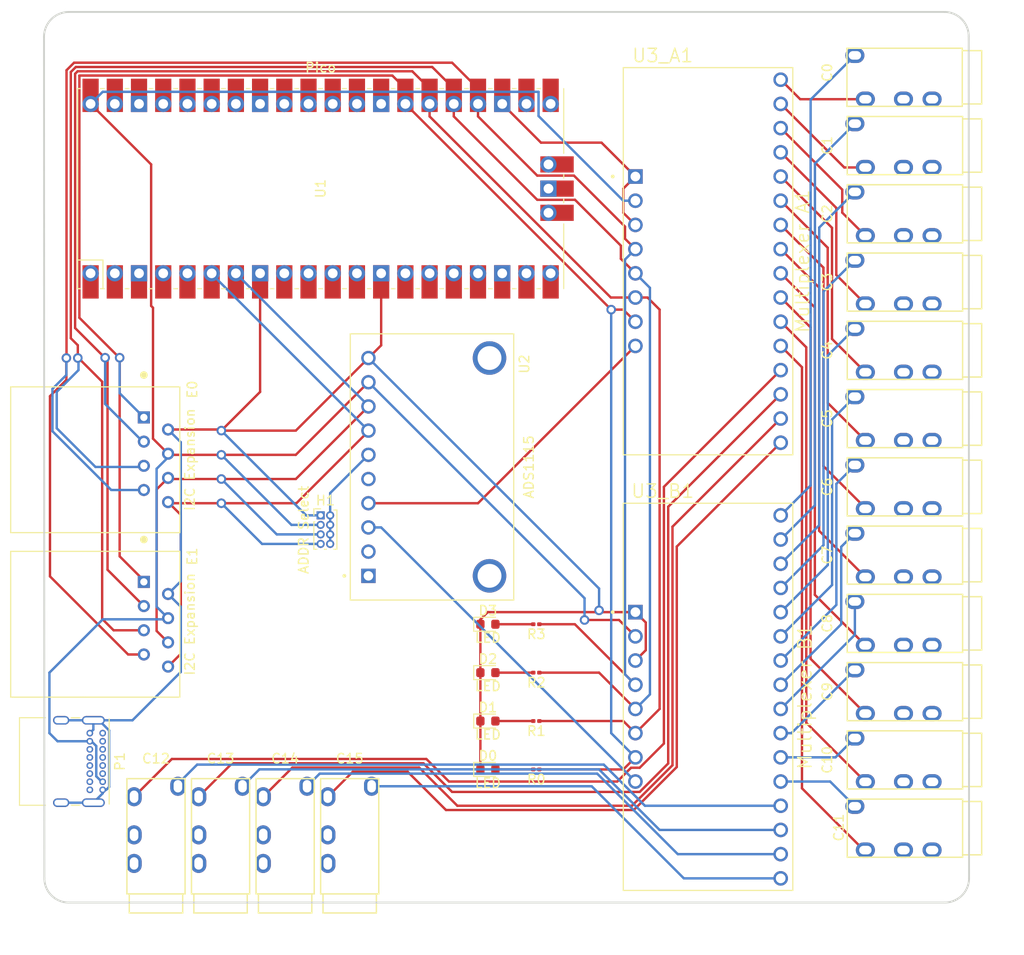
<source format=kicad_pcb>
(kicad_pcb (version 20211014) (generator pcbnew)
  (layers (0 "F.Cu" signal) (31 "B.Cu" signal) (34 "B.Paste" user) (35 "F.Paste" user) (36 "B.SilkS" user "B.Silkscreen") (37 "F.SilkS" user "F.Silkscreen") (38 "B.Mask" user) (39 "F.Mask" user) (44 "Edge.Cuts" user))
  (net 0 "")
  (net 1 "Net-(D0-Pad2)")
  (net 2 "Net-(D1-Pad2)")
  (net 3 "Net-(D2-Pad2)")
  (net 4 "Net-(D3-Pad2)")
  (net 5 "+5V")
  (net 6 "GND")
  (net 7 "Net-(J0-PadT)")
  (net 8 "Net-(J10-PadS)")
  (net 9 "Net-(J11-PadS)")
  (net 10 "Net-(J12-PadS)")
  (net 11 "Net-(J12-PadT)")
  (net 12 "Net-(J13-PadS)")
  (net 13 "Net-(J14-PadS)")
  (net 14 "Net-(J15-PadS)")
  (net 46 "Net-(J1-PadT)")
  (net 48 "Net-(J2-PadT)")
  (net 50 "Net-(J3-PadT)")
  (net 52 "Net-(J4-PadT)")
  (net 54 "Net-(J5-PadT)")
  (net 57 "Net-(J6-PadT)")
  (net 59 "Net-(J7-PadT)")
  (net 61 "Net-(J8-PadS)")
  (net 63 "Net-(J8-PadT)")
  (net 65 "Net-(J9-PadT)")
  (net 68 "Net-(J10-PadT)")
  (net 70 "Net-(J11-PadT)")
  (net 72 "Net-(J13-PadT)")
  (net 73 "Net-(J14-PadT)")
  (net 74 "Net-(J15-PadT)")
  (net 75 "Net-(E0-Pad1)")
  (net 76 "Net-(E0-Pad3)")
  (net 78 "Net-(J0-PadS)")
  (net 80 "Net-(J1-PadS)")
  (net 82 "Net-(J2-PadS)")
  (net 84 "Net-(J3-PadS)")
  (net 86 "Net-(J4-PadS)")
  (net 88 "Net-(J5-PadS)")
  (net 90 "Net-(J6-PadS)")
  (net 92 "Net-(J7-PadS)")
  (net 95 "Net-(J9-PadS)")
  (net 102 "Net-(E0-Pad5)")
  (net 103 "Net-(E0-Pad6)")
  (net 104 "Net-(E0-Pad7)")
  (net 105 "Net-(E0-Pad8)")
  (net 108 "Net-(H1-Pad2)")
  (net 112 "Net-(U2-Pad3)")
  (net 113 "Net-(U2-Pad4)")
  (footprint "footprints:TRRS-PJ-320A" (layer "F.Cu") (at 161.3225 69.498954 -90)
    (fp_text reference locked "C3")
    (fp_text value "CurrentSensor")
  )
  (footprint "Resistor_SMD:R_0201_0603Metric" (layer "F.Cu") (at 116.60625 120.65 180)
    (fp_text reference "R0")
    (fp_text value "330")
  )
  (footprint "footprints:USB_C_Receptacle_GCT_USB4085_with3d" (layer "F.Cu") (at 71.12 116.84 -90)
    (fp_text reference "P1")
    (fp_text value "USB_C_Receptacle_PowerOnly_6P")
  )
  (footprint "Resistor_SMD:R_0201_0603Metric" (layer "F.Cu") (at 116.60625 115.57 180)
    (fp_text reference "R1")
    (fp_text value "330")
  )
  (footprint "footprints:MODULE_1085_ADAFRUIT_ADS1115" (layer "F.Cu") (at 105.664 88.9 -90)
    (fp_text reference "U2")
    (fp_text value "ADS1115")
  )
  (footprint "footprints:TRRS-PJ-320A" (layer "F.Cu") (at 83.483333 133.715 180)
    (fp_text reference locked "C13")
    (fp_text value "CurrentSensor")
  )
  (footprint "LED_SMD:LED_0603_1608Metric" (layer "F.Cu") (at 111.52625 110.49)
    (fp_text reference "D2")
    (fp_text value "LED")
  )
  (footprint "footprints:TRRS-PJ-320A" (layer "F.Cu") (at 161.3225 62.334636 -90)
    (fp_text reference locked "C2")
    (fp_text value "CurrentSensor")
  )
  (footprint "footprints:TRRS-PJ-320A" (layer "F.Cu") (at 161.3225 112.484862 -90)
    (fp_text reference locked "C9")
    (fp_text value "CurrentSensor")
  )
  (footprint "LED_SMD:LED_0603_1608Metric" (layer "F.Cu") (at 111.52625 105.41)
    (fp_text reference "D3")
    (fp_text value "LED")
  )
  (footprint "footprints:AMPHENOL_54602-908LF" (layer "F.Cu") (at 69.088 105.41 -90)
    (fp_text reference locked "E1")
    (fp_text value locked "I2C Expansion")
  )
  (footprint "footprints:TRRS-PJ-320A" (layer "F.Cu") (at 161.3225 76.663272 -90)
    (fp_text reference locked "C4")
    (fp_text value "CurrentSensor")
  )
  (footprint "footprints:XDCR_BOB-09056" (layer "F.Cu") (at 134.62 67.31)
    (fp_text reference "U3_A1")
    (fp_text value locked "Multiplexer A1")
  )
  (footprint "footprints:XDCR_BOB-09056" (layer "F.Cu") (at 134.62 113.03)
    (fp_text reference "U3_B1")
    (fp_text value locked "Multiplexer B1")
  )
  (footprint "footprints:TRRS-PJ-320A" (layer "F.Cu") (at 90.256666 133.715 180)
    (fp_text reference locked "C14")
    (fp_text value "CurrentSensor")
  )
  (footprint "MountingHole:MountingHole_2.1mm" (layer "F.Cu") (at 68.834 131.572)
    (fp_text reference "M3" hide)
    (fp_text value "MountingHole")
  )
  (footprint "footprints:TRRS-PJ-320A" (layer "F.Cu") (at 97.03 133.715 180)
    (fp_text reference locked "C15")
    (fp_text value "CurrentSensor")
  )
  (footprint "footprints:TRRS-PJ-320A" (layer "F.Cu") (at 161.3225 90.991908 -90)
    (fp_text reference locked "C6")
    (fp_text value "CurrentSensor")
  )
  (footprint "Resistor_SMD:R_0201_0603Metric" (layer "F.Cu") (at 116.60625 110.49 180)
    (fp_text reference "R2")
    (fp_text value "330")
  )
  (footprint "Connector_PinHeader_1.00mm:PinHeader_2x04_P1.00mm_Vertical" (layer "F.Cu") (at 93.98 93.98)
    (fp_text reference "H1")
    (fp_text value locked "ADDR Select")
  )
  (footprint "footprints:TRRS-PJ-320A" (layer "F.Cu") (at 161.3225 98.156226 -90)
    (fp_text reference locked "C7")
    (fp_text value "CurrentSensor")
  )
  (footprint "footprints:TRRS-PJ-320A" (layer "F.Cu") (at 161.3225 119.64918 -90)
    (fp_text reference locked "C10")
    (fp_text value "CurrentSensor")
  )
  (footprint "MountingHole:MountingHole_2.1mm" (layer "F.Cu") (at 146.812 131.572)
    (fp_text reference "M2")
    (fp_text value "MountingHole" hide)
  )
  (footprint "MountingHole:MountingHole_2.1mm" (layer "F.Cu") (at 68.834 43.942 180)
    (fp_text reference "M0" hide)
    (fp_text value "MountingHole")
  )
  (footprint "MountingHole:MountingHole_2.1mm" (layer "F.Cu") (at 146.812 43.942)
    (fp_text reference "M1")
    (fp_text value "MountingHole" hide)
  )
  (footprint "footprints:TRRS-PJ-320A" (layer "F.Cu") (at 161.3225 48.006 -90)
    (fp_text reference locked "C0")
    (fp_text value "CurrentSensor")
  )
  (footprint "footprints:TRRS-PJ-320A" (layer "F.Cu") (at 76.71 133.715 180)
    (fp_text reference locked "C12")
    (fp_text value "CurrentSensor")
  )
  (footprint "MCU_RaspberryPi_and_Boards:RPi_Pico_SMD_TH" (layer "F.Cu") (at 93.98 59.69 90)
    (fp_text reference "U1")
    (fp_text value "Pico")
  )
  (footprint "Resistor_SMD:R_0201_0603Metric" (layer "F.Cu") (at 116.60625 105.41 180)
    (fp_text reference "R3")
    (fp_text value "330")
  )
  (footprint "footprints:AMPHENOL_54602-908LF" (layer "F.Cu") (at 69.088 88.1475 -90)
    (fp_text reference locked "E0")
    (fp_text value locked "I2C Expansion")
  )
  (footprint "LED_SMD:LED_0603_1608Metric" (layer "F.Cu") (at 111.52625 115.57)
    (fp_text reference "D1")
    (fp_text value "LED")
  )
  (footprint "LED_SMD:LED_0603_1608Metric" (layer "F.Cu") (at 111.52625 120.65)
    (fp_text reference "D0")
    (fp_text value "LED")
  )
  (footprint "footprints:TRRS-PJ-320A" (layer "F.Cu") (at 161.3225 55.170318 -90)
    (fp_text reference locked "C1")
    (fp_text value "CurrentSensor")
  )
  (footprint "footprints:TRRS-PJ-320A" (layer "F.Cu") (at 161.3225 126.8135 -90)
    (fp_text reference locked "C11")
    (fp_text value "CurrentSensor")
  )
  (footprint "footprints:TRRS-PJ-320A" (layer "F.Cu") (at 161.3225 105.320544 -90)
    (fp_text reference locked "C8")
    (fp_text value "CurrentSensor")
  )
  (footprint "footprints:TRRS-PJ-320A" (layer "F.Cu") (at 161.3225 83.82759 -90)
    (fp_text reference locked "C5")
    (fp_text value "CurrentSensor")
  )
  (gr_line (start 67.54 134.62) (end 159.46 134.62) (layer "Edge.Cuts") (width 0.2))
  (gr_arc (start 159.424 41.148) (mid 161.22379 41.900974) (end 161.964 43.706051) (layer "Edge.Cuts") (width 0.2))
  (gr_line (start 159.424 41.148) (end 67.564 41.148) (layer "Edge.Cuts") (width 0.2))
  (gr_arc (start 64.964 43.766026) (mid 65.721789 41.918535) (end 67.564 41.148) (layer "Edge.Cuts") (width 0.2))
  (gr_arc (start 162 132.061949) (mid 161.25979 133.867026) (end 159.46 134.62) (layer "Edge.Cuts") (width 0.2))
  (gr_arc (start 67.54 134.62) (mid 65.740211 133.867026) (end 65 132.061949) (layer "Edge.Cuts") (width 0.2))
  (gr_line (start 65 132.061949) (end 64.964 43.766026) (layer "Edge.Cuts") (width 0.2))
  (gr_line (start 162 132.061949) (end 161.964 43.706051) (layer "Edge.Cuts") (width 0.2))
  (segment (start 112.31375 120.65) (end 116.28625 120.65) (width 0.25) (layer "F.Cu") (net 1))
  (segment (start 112.31375 115.57) (end 116.28625 115.57) (width 0.25) (layer "F.Cu") (net 2))
  (segment (start 112.31375 110.49) (end 116.37125 110.49) (width 0.25) (layer "F.Cu") (net 3))
  (segment (start 112.31375 105.41) (end 116.28625 105.41) (width 0.25) (layer "F.Cu") (net 4))
  (segment (start 76.397 72.193) (end 76.2 71.996) (width 0.25) (layer "F.Cu") (net 5))
  (segment (start 76.2 71.996) (end 76.2 57.15) (width 0.25) (layer "F.Cu") (net 5))
  (segment (start 76.397 85.9315) (end 76.397 72.193) (width 0.25) (layer "F.Cu") (net 5))
  (segment (start 78.24 87.63) (end 83.566 87.63) (width 0.25) (layer "F.Cu") (net 5))
  (segment (start 121.666 104.9645) (end 125.2845 104.9645) (width 0.25) (layer "F.Cu") (net 5))
  (segment (start 91.3765 87.63) (end 98.9965 80.01) (width 0.25) (layer "F.Cu") (net 5))
  (segment (start 77.978 87.5125) (end 76.397 85.9315) (width 0.25) (layer "F.Cu") (net 5))
  (segment (start 76.2 57.15) (end 69.85 50.8) (width 0.25) (layer "F.Cu") (net 5))
  (segment (start 83.566 87.63) (end 91.3765 87.63) (width 0.25) (layer "F.Cu") (net 5))
  (segment (start 125.2845 104.9645) (end 127 106.68) (width 0.25) (layer "F.Cu") (net 5))
  (via (at 83.566 87.63) (size 1) (drill 0.6) (layers "F.Cu" "B.Cu") (net 5))
  (via (at 121.666 104.9645) (size 1) (drill 0.6) (layers "F.Cu" "B.Cu") (net 5))
  (segment (start 90.916 94.98) (end 93.98 94.98) (width 0.25) (layer "B.Cu") (net 5))
  (segment (start 76.775 89.095) (end 76.775 103.572) (width 0.25) (layer "B.Cu") (net 5))
  (segment (start 116.84 52.07) (end 125.73 60.96) (width 0.25) (layer "B.Cu") (net 5))
  (segment (start 70.445 121.369595) (end 70.445 118.197) (width 0.25) (layer "B.Cu") (net 5))
  (segment (start 65.532 116.84) (end 66.382 117.69) (width 0.25) (layer "B.Cu") (net 5))
  (segment (start 78.24 87.63) (end 76.775 89.095) (width 0.25) (layer "B.Cu") (net 5))
  (segment (start 71.12 49.53) (end 116.84 49.53) (width 0.25) (layer "B.Cu") (net 5))
  (segment (start 83.566 87.63) (end 90.916 94.98) (width 0.25) (layer "B.Cu") (net 5))
  (segment (start 78.0955 104.8925) (end 71.1295 104.8925) (width 0.25) (layer "B.Cu") (net 5))
  (segment (start 121.666 102.6795) (end 121.666 104.9645) (width 0.25) (layer "B.Cu") (net 5))
  (segment (start 65.532 110.49) (end 65.532 116.84) (width 0.25) (layer "B.Cu") (net 5))
  (segment (start 71.015405 121.94) (end 70.445 121.369595) (width 0.25) (layer "B.Cu") (net 5))
  (segment (start 116.84 49.53) (end 116.84 52.07) (width 0.25) (layer "B.Cu") (net 5))
  (segment (start 71.1295 104.8925) (end 65.532 110.49) (width 0.25) (layer "B.Cu") (net 5))
  (segment (start 70.445 118.197) (end 70.104 117.856) (width 0.25) (layer "B.Cu") (net 5))
  (segment (start 98.9965 80.01) (end 121.666 102.6795) (width 0.25) (layer "B.Cu") (net 5))
  (segment (start 66.382 117.69) (end 69.77 117.69) (width 0.25) (layer "B.Cu") (net 5))
  (segment (start 69.85 50.8) (end 71.12 49.53) (width 0.25) (layer "B.Cu") (net 5))
  (segment (start 125.73 60.96) (end 127 60.96) (width 0.25) (layer "B.Cu") (net 5))
  (segment (start 71.12 121.94) (end 71.015405 121.94) (width 0.25) (layer "B.Cu") (net 5))
  (segment (start 76.775 103.572) (end 78.0955 104.8925) (width 0.25) (layer "B.Cu") (net 5))
  (segment (start 98.9965 77.47) (end 100.33 76.1365) (width 0.25) (layer "F.Cu") (net 6))
  (segment (start 110.73875 104.90725) (end 110.73875 105.41) (width 0.25) (layer "F.Cu") (net 6))
  (segment (start 125.73 59.69) (end 125.73 62.23) (width 0.25) (layer "F.Cu") (net 6))
  (segment (start 117.094 54.864) (end 123.444 54.864) (width 0.25) (layer "F.Cu") (net 6))
  (segment (start 110.73875 115.57) (end 110.73875 110.49) (width 0.25) (layer "F.Cu") (net 6))
  (segment (start 127 109.22) (end 128.09 108.13) (width 0.25) (layer "F.Cu") (net 6))
  (segment (start 128.09 105.23) (end 127 104.14) (width 0.25) (layer "F.Cu") (net 6))
  (segment (start 123.373503 104.14) (end 127 104.14) (width 0.25) (layer "F.Cu") (net 6))
  (segment (start 83.566 85.09) (end 91.3765 85.09) (width 0.25) (layer "F.Cu") (net 6))
  (segment (start 113.03 50.8) (end 117.094 54.864) (width 0.25) (layer "F.Cu") (net 6))
  (segment (start 123.006497 104.14) (end 111.506 104.14) (width 0.25) (layer "F.Cu") (net 6))
  (segment (start 91.3765 85.09) (end 98.9965 77.47) (width 0.25) (layer "F.Cu") (net 6))
  (segment (start 87.63 81.026) (end 83.566 85.09) (width 0.25) (layer "F.Cu") (net 6))
  (segment (start 123.19 103.956497) (end 123.373503 104.14) (width 0.25) (layer "F.Cu") (net 6))
  (segment (start 110.73875 110.49) (end 110.73875 105.41) (width 0.25) (layer "F.Cu") (net 6))
  (segment (start 100.33 76.1365) (end 100.33 68.58) (width 0.25) (layer "F.Cu") (net 6))
  (segment (start 83.566 85.09) (end 83.4485 84.9725) (width 0.25) (layer "F.Cu") (net 6))
  (segment (start 110.73875 120.65) (end 110.73875 115.57) (width 0.25) (layer "F.Cu") (net 6))
  (segment (start 127 58.42) (end 125.73 59.69) (width 0.25) (layer "F.Cu") (net 6))
  (segment (start 87.63 68.58) (end 87.63 81.026) (width 0.25) (layer "F.Cu") (net 6))
  (segment (start 83.4485 84.9725) (end 77.978 84.9725) (width 0.25) (layer "F.Cu") (net 6))
  (segment (start 123.19 103.956497) (end 123.006497 104.14) (width 0.25) (layer "F.Cu") (net 6))
  (segment (start 123.444 54.864) (end 127 58.42) (width 0.25) (layer "F.Cu") (net 6))
  (segment (start 111.506 104.14) (end 110.73875 104.90725) (width 0.25) (layer "F.Cu") (net 6))
  (segment (start 128.09 108.13) (end 128.09 105.23) (width 0.25) (layer "F.Cu") (net 6))
  (segment (start 125.73 62.23) (end 127 63.5) (width 0.25) (layer "F.Cu") (net 6))
  (via (at 83.566 85.09) (size 1) (drill 0.6) (layers "F.Cu" "B.Cu") (net 6))
  (via (at 123.19 103.956497) (size 1) (drill 0.6) (layers "F.Cu" "B.Cu") (net 6))
  (segment (start 71.12 122.79) (end 71.12 123.16) (width 0.25) (layer "B.Cu") (net 6))
  (segment (start 70.14 115.49) (end 66.76 115.49) (width 0.25) (layer "B.Cu") (net 6))
  (segment (start 71.795 122.485) (end 71.49 122.79) (width 0.25) (layer "B.Cu") (net 6))
  (segment (start 71.49 122.79) (end 71.12 122.79) (width 0.25) (layer "B.Cu") (net 6))
  (segment (start 77.978 84.9725) (end 79.315 86.3095) (width 0.25) (layer "B.Cu") (net 6))
  (segment (start 98.9965 77.47) (end 123.19 101.6635) (width 0.25) (layer "B.Cu") (net 6))
  (segment (start 70.14 116.47) (end 69.77 116.84) (width 0.25) (layer "B.Cu") (net 6))
  (segment (start 79.315 103.572) (end 79.315 110.41778) (width 0.25) (layer "B.Cu") (net 6))
  (segment (start 83.566 85.09) (end 92.456 93.98) (width 0.25) (layer "B.Cu") (net 6))
  (segment (start 79.315 110.41778) (end 74.24278 115.49) (width 0.25) (layer "B.Cu") (net 6))
  (segment (start 79.315 86.3095) (end 79.315 100.898) (width 0.25) (layer "B.Cu") (net 6))
  (segment (start 71.795 116.560405) (end 71.795 122.485) (width 0.25) (layer "B.Cu") (net 6))
  (segment (start 70.14 115.49) (end 70.724595 115.49) (width 0.25) (layer "B.Cu") (net 6))
  (segment (start 123.19 101.6635) (end 123.19 103.956497) (width 0.25) (layer "B.Cu") (net 6))
  (segment (start 92.456 93.98) (end 93.98 93.98) (width 0.25) (layer "B.Cu") (net 6))
  (segment (start 70.14 115.49) (end 70.14 116.47) (width 0.25) (layer "B.Cu") (net 6))
  (segment (start 74.24278 115.49) (end 70.14 115.49) (width 0.25) (layer "B.Cu") (net 6))
  (segment (start 70.724595 115.49) (end 71.795 116.560405) (width 0.25) (layer "B.Cu") (net 6))
  (segment (start 77.978 102.235) (end 79.315 103.572) (width 0.25) (layer "B.Cu") (net 6))
  (segment (start 79.315 100.898) (end 77.978 102.235) (width 0.25) (layer "B.Cu") (net 6))
  (segment (start 70.14 124.14) (end 66.76 124.14) (width 0.25) (layer "B.Cu") (net 6))
  (segment (start 71.12 123.16) (end 70.14 124.14) (width 0.25) (layer "B.Cu") (net 6))
  (segment (start 126.824285 124.91) (end 107.13 124.91) (width 0.25) (layer "F.Cu") (net 7))
  (segment (start 97.341 120.904) (end 94.73 123.515) (width 0.25) (layer "F.Cu") (net 7))
  (segment (start 131.34 97.26) (end 131.34 120.394285) (width 0.25) (layer "F.Cu") (net 7))
  (segment (start 103.124 120.904) (end 97.341 120.904) (width 0.25) (layer "F.Cu") (net 7))
  (segment (start 107.13 124.91) (end 103.124 120.904) (width 0.25) (layer "F.Cu") (net 7))
  (segment (start 131.34 120.394285) (end 126.824285 124.91) (width 0.25) (layer "F.Cu") (net 7))
  (segment (start 142.24 86.36) (end 131.34 97.26) (width 0.25) (layer "F.Cu") (net 7))
  (segment (start 147.632 83.91809) (end 150.0225 81.52759) (width 0.25) (layer "B.Cu") (net 8))
  (segment (start 142.24 106.68) (end 147.632 101.288) (width 0.25) (layer "B.Cu") (net 8))
  (segment (start 147.632 101.288) (end 147.632 83.91809) (width 0.25) (layer "B.Cu") (net 8))
  (segment (start 147.182 99.198) (end 147.182 77.203772) (width 0.25) (layer "B.Cu") (net 9))
  (segment (start 142.24 104.14) (end 147.182 99.198) (width 0.25) (layer "B.Cu") (net 9))
  (segment (start 147.182 77.203772) (end 150.0225 74.363272) (width 0.25) (layer "B.Cu") (net 9))
  (segment (start 142.24 101.6) (end 146.732 97.108) (width 0.25) (layer "B.Cu") (net 10))
  (segment (start 146.732 70.489454) (end 150.0225 67.198954) (width 0.25) (layer "B.Cu") (net 10))
  (segment (start 146.732 97.108) (end 146.732 70.489454) (width 0.25) (layer "B.Cu") (net 10))
  (segment (start 148.0735 68.749954) (end 151.1225 71.798954) (width 0.25) (layer "F.Cu") (net 11))
  (segment (start 142.24 55.88) (end 148.0735 61.7135) (width 0.25) (layer "F.Cu") (net 11))
  (segment (start 148.0735 61.7135) (end 148.0735 68.749954) (width 0.25) (layer "F.Cu") (net 11))
  (segment (start 142.24 99.06) (end 146.282 95.018) (width 0.25) (layer "B.Cu") (net 12))
  (segment (start 146.282 95.018) (end 146.282 63.775136) (width 0.25) (layer "B.Cu") (net 12))
  (segment (start 146.282 63.775136) (end 150.0225 60.034636) (width 0.25) (layer "B.Cu") (net 12))
  (segment (start 145.832 92.928) (end 145.832 57.060818) (width 0.25) (layer "B.Cu") (net 13))
  (segment (start 145.832 57.060818) (end 150.0225 52.870318) (width 0.25) (layer "B.Cu") (net 13))
  (segment (start 142.24 96.52) (end 145.832 92.928) (width 0.25) (layer "B.Cu") (net 13))
  (segment (start 142.24 93.98) (end 145.382 90.838) (width 0.25) (layer "B.Cu") (net 14))
  (segment (start 145.382 50.3465) (end 150.0225 45.706) (width 0.25) (layer "B.Cu") (net 14))
  (segment (start 145.382 90.838) (end 145.382 50.3465) (width 0.25) (layer "B.Cu") (net 14))
  (segment (start 91.017666 120.454) (end 87.956666 123.515) (width 0.25) (layer "F.Cu") (net 46))
  (segment (start 108.32 124.46) (end 104.314 120.454) (width 0.25) (layer "F.Cu") (net 46))
  (segment (start 130.89 120.207889) (end 126.637889 124.46) (width 0.25) (layer "F.Cu") (net 46))
  (segment (start 130.89 95.17) (end 130.89 120.207889) (width 0.25) (layer "F.Cu") (net 46))
  (segment (start 142.24 83.82) (end 130.89 95.17) (width 0.25) (layer "F.Cu") (net 46))
  (segment (start 126.637889 124.46) (end 108.32 124.46) (width 0.25) (layer "F.Cu") (net 46))
  (segment (start 104.314 120.454) (end 91.017666 120.454) (width 0.25) (layer "F.Cu") (net 46))
  (segment (start 84.694333 120.004) (end 81.183333 123.515) (width 0.25) (layer "F.Cu") (net 48))
  (segment (start 130.44 120.021493) (end 127.451493 123.01) (width 0.25) (layer "F.Cu") (net 48))
  (segment (start 142.24 81.28) (end 130.44 93.08) (width 0.25) (layer "F.Cu") (net 48))
  (segment (start 127.451493 123.01) (end 107.77 123.01) (width 0.25) (layer "F.Cu") (net 48))
  (segment (start 104.764 120.004) (end 84.694333 120.004) (width 0.25) (layer "F.Cu") (net 48))
  (segment (start 130.44 93.08) (end 130.44 120.021493) (width 0.25) (layer "F.Cu") (net 48))
  (segment (start 107.77 123.01) (end 104.764 120.004) (width 0.25) (layer "F.Cu") (net 48))
  (segment (start 129.99 90.99) (end 129.99 117.931493) (width 0.25) (layer "F.Cu") (net 50))
  (segment (start 78.371 119.554) (end 74.41 123.515) (width 0.25) (layer "F.Cu") (net 50))
  (segment (start 125.096396 121.92) (end 107.442 121.92) (width 0.25) (layer "F.Cu") (net 50))
  (segment (start 142.24 78.74) (end 129.99 90.99) (width 0.25) (layer "F.Cu") (net 50))
  (segment (start 127.451493 120.47) (end 126.546396 120.47) (width 0.25) (layer "F.Cu") (net 50))
  (segment (start 107.442 121.92) (end 105.076 119.554) (width 0.25) (layer "F.Cu") (net 50))
  (segment (start 105.076 119.554) (end 78.371 119.554) (width 0.25) (layer "F.Cu") (net 50))
  (segment (start 129.99 117.931493) (end 127.451493 120.47) (width 0.25) (layer "F.Cu") (net 50))
  (segment (start 126.546396 120.47) (end 125.096396 121.92) (width 0.25) (layer "F.Cu") (net 50))
  (segment (start 150.9575 129.1135) (end 144.4735 122.6295) (width 0.25) (layer "F.Cu") (net 52))
  (segment (start 144.4735 78.4335) (end 142.24 76.2) (width 0.25) (layer "F.Cu") (net 52))
  (segment (start 151.1225 129.1135) (end 150.9575 129.1135) (width 0.25) (layer "F.Cu") (net 52))
  (segment (start 144.4735 122.6295) (end 144.4735 78.4335) (width 0.25) (layer "F.Cu") (net 52))
  (segment (start 144.9235 76.3435) (end 144.9235 115.75018) (width 0.25) (layer "F.Cu") (net 54))
  (segment (start 144.9235 115.75018) (end 151.1225 121.94918) (width 0.25) (layer "F.Cu") (net 54))
  (segment (start 142.24 73.66) (end 144.9235 76.3435) (width 0.25) (layer "F.Cu") (net 54))
  (segment (start 145.3735 109.035862) (end 151.1225 114.784862) (width 0.25) (layer "F.Cu") (net 57))
  (segment (start 142.24 71.12) (end 145.3735 74.2535) (width 0.25) (layer "F.Cu") (net 57))
  (segment (start 145.3735 74.2535) (end 145.3735 109.035862) (width 0.25) (layer "F.Cu") (net 57))
  (segment (start 142.24 68.58) (end 145.8235 72.1635) (width 0.25) (layer "F.Cu") (net 59))
  (segment (start 145.8235 72.1635) (end 145.8235 102.321544) (width 0.25) (layer "F.Cu") (net 59))
  (segment (start 145.8235 102.321544) (end 151.1225 107.620544) (width 0.25) (layer "F.Cu") (net 59))
  (segment (start 148.59 97.282) (end 150.015774 95.856226) (width 0.25) (layer "B.Cu") (net 61))
  (segment (start 142.24 111.76) (end 148.59 105.41) (width 0.25) (layer "B.Cu") (net 61))
  (segment (start 150.015774 95.856226) (end 150.0225 95.856226) (width 0.25) (layer "B.Cu") (net 61))
  (segment (start 148.59 105.41) (end 148.59 97.282) (width 0.25) (layer "B.Cu") (net 61))
  (segment (start 146.2735 70.0735) (end 146.2735 95.607226) (width 0.25) (layer "F.Cu") (net 63))
  (segment (start 146.2735 95.607226) (end 151.1225 100.456226) (width 0.25) (layer "F.Cu") (net 63))
  (segment (start 142.24 66.04) (end 146.2735 70.0735) (width 0.25) (layer "F.Cu") (net 63))
  (segment (start 146.7235 67.9835) (end 146.7235 88.8115) (width 0.25) (layer "F.Cu") (net 65))
  (segment (start 142.24 63.5) (end 146.7235 67.9835) (width 0.25) (layer "F.Cu") (net 65))
  (segment (start 146.7235 88.8115) (end 151.1225 93.2105) (width 0.25) (layer "F.Cu") (net 65))
  (segment (start 151.1225 93.2105) (end 151.1225 93.291908) (width 0.25) (layer "F.Cu") (net 65))
  (segment (start 147.1735 82.17859) (end 151.1225 86.12759) (width 0.25) (layer "F.Cu") (net 68))
  (segment (start 142.24 60.96) (end 147.1735 65.8935) (width 0.25) (layer "F.Cu") (net 68))
  (segment (start 147.1735 65.8935) (end 147.1735 82.17859) (width 0.25) (layer "F.Cu") (net 68))
  (segment (start 147.6235 75.464272) (end 151.1225 78.963272) (width 0.25) (layer "F.Cu") (net 70))
  (segment (start 142.24 58.42) (end 147.6235 63.8035) (width 0.25) (layer "F.Cu") (net 70))
  (segment (start 147.6235 63.8035) (end 147.6235 75.464272) (width 0.25) (layer "F.Cu") (net 70))
  (segment (start 148.6975 62.209636) (end 151.1225 64.634636) (width 0.25) (layer "F.Cu") (net 72))
  (segment (start 142.24 53.34) (end 148.6975 59.7975) (width 0.25) (layer "F.Cu") (net 72))
  (segment (start 148.6975 59.7975) (end 148.6975 62.209636) (width 0.25) (layer "F.Cu") (net 72))
  (segment (start 142.24 50.8) (end 148.910318 57.470318) (width 0.25) (layer "F.Cu") (net 73))
  (segment (start 148.910318 57.470318) (end 151.1225 57.470318) (width 0.25) (layer "F.Cu") (net 73))
  (segment (start 142.24 48.26) (end 144.286 50.306) (width 0.25) (layer "F.Cu") (net 74))
  (segment (start 144.286 50.306) (end 151.1225 50.306) (width 0.25) (layer "F.Cu") (net 74))
  (segment (start 116.92625 120.65) (end 125.73 120.65) (width 0.25) (layer "F.Cu") (net 75))
  (segment (start 68.675 73.247) (end 68.675 47.825) (width 0.25) (layer "F.Cu") (net 75))
  (segment (start 72.898 77.439356) (end 72.867356 77.439356) (width 0.25) (layer "F.Cu") (net 75))
  (segment (start 72.898 77.439356) (end 72.898 98.2805) (width 0.25) (layer "F.Cu") (net 75))
  (segment (start 124.46 72.39) (end 125.73 72.39) (width 0.25) (layer "F.Cu") (net 75))
  (segment (start 101.505 47.825) (end 102.87 49.19) (width 0.25) (layer "F.Cu") (net 75))
  (segment (start 75.438 100.8205) (end 75.438 100.965) (width 0.25) (layer "F.Cu") (net 75))
  (segment (start 72.898 98.2805) (end 75.438 100.8205) (width 0.25) (layer "F.Cu") (net 75))
  (segment (start 125.73 120.65) (end 127 119.38) (width 0.25) (layer "F.Cu") (net 75))
  (segment (start 102.87 50.8) (end 124.46 72.39) (width 0.25) (layer "F.Cu") (net 75))
  (segment (start 102.87 49.19) (end 102.87 50.8) (width 0.25) (layer "F.Cu") (net 75))
  (segment (start 125.73 72.39) (end 127 73.66) (width 0.25) (layer "F.Cu") (net 75))
  (segment (start 72.867356 77.439356) (end 68.675 73.247) (width 0.25) (layer "F.Cu") (net 75))
  (segment (start 68.675 47.825) (end 101.505 47.825) (width 0.25) (layer "F.Cu") (net 75))
  (via (at 124.46 72.39) (size 1) (drill 0.6) (layers "F.Cu" "B.Cu") (net 75))
  (via (at 72.898 77.439356) (size 1) (drill 0.6) (layers "F.Cu" "B.Cu") (net 75))
  (segment (start 124.46 72.39) (end 124.46 116.84) (width 0.25) (layer "B.Cu") (net 75))
  (segment (start 72.898 81.1625) (end 75.5555 83.82) (width 0.25) (layer "B.Cu") (net 75))
  (segment (start 124.46 116.84) (end 127 119.38) (width 0.25) (layer "B.Cu") (net 75))
  (segment (start 72.898 77.439356) (end 72.898 81.1625) (width 0.25) (layer "B.Cu") (net 75))
  (segment (start 128.27 71.12) (end 129.54 72.39) (width 0.25) (layer "F.Cu") (net 76))
  (segment (start 71.374 77.439356) (end 71.343356 77.439356) (width 0.25) (layer "F.Cu") (net 76))
  (segment (start 129.54 72.39) (end 129.54 114.3) (width 0.25) (layer "F.Cu") (net 76))
  (segment (start 68.225 74.321) (end 68.225 47.638604) (width 0.25) (layer "F.Cu") (net 76))
  (segment (start 71.374 77.439356) (end 71.628 77.693356) (width 0.25) (layer "F.Cu") (net 76))
  (segment (start 71.628 99.695) (end 75.5555 103.6225) (width 0.25) (layer "F.Cu") (net 76))
  (segment (start 125.73 115.57) (end 127 116.84) (width 0.25) (layer "F.Cu") (net 76))
  (segment (start 103.595 47.375) (end 105.41 49.19) (width 0.25) (layer "F.Cu") (net 76))
  (segment (start 124.42 71.12) (end 127 71.12) (width 0.25) (layer "F.Cu") (net 76))
  (segment (start 105.41 50.8) (end 105.41 52.11) (width 0.25) (layer "F.Cu") (net 76))
  (segment (start 127 71.12) (end 128.27 71.12) (width 0.25) (layer "F.Cu") (net 76))
  (segment (start 105.41 52.11) (end 124.42 71.12) (width 0.25) (layer "F.Cu") (net 76))
  (segment (start 68.488604 47.375) (end 103.595 47.375) (width 0.25) (layer "F.Cu") (net 76))
  (segment (start 68.225 47.638604) (end 68.488604 47.375) (width 0.25) (layer "F.Cu") (net 76))
  (segment (start 105.41 49.19) (end 105.41 50.8) (width 0.25) (layer "F.Cu") (net 76))
  (segment (start 129.54 114.3) (end 127 116.84) (width 0.25) (layer "F.Cu") (net 76))
  (segment (start 116.92625 115.57) (end 125.73 115.57) (width 0.25) (layer "F.Cu") (net 76))
  (segment (start 71.628 77.693356) (end 71.628 99.695) (width 0.25) (layer "F.Cu") (net 76))
  (segment (start 71.343356 77.439356) (end 68.225 74.321) (width 0.25) (layer "F.Cu") (net 76))
  (via (at 71.374 77.439356) (size 1) (drill 0.6) (layers "F.Cu" "B.Cu") (net 76))
  (segment (start 75.3205 86.2425) (end 75.438 86.2425) (width 0.25) (layer "B.Cu") (net 76))
  (segment (start 71.374 82.296) (end 75.3205 86.2425) (width 0.25) (layer "B.Cu") (net 76))
  (segment (start 71.374 77.439356) (end 71.374 82.296) (width 0.25) (layer "B.Cu") (net 76))
  (segment (start 99.33 122.415) (end 122.415 122.415) (width 0.25) (layer "B.Cu") (net 78))
  (segment (start 132.08 132.08) (end 142.24 132.08) (width 0.25) (layer "B.Cu") (net 78))
  (segment (start 122.415 122.415) (end 132.08 132.08) (width 0.25) (layer "B.Cu") (net 78))
  (segment (start 131.443604 129.54) (end 142.24 129.54) (width 0.25) (layer "B.Cu") (net 80))
  (segment (start 92.556666 122.415) (end 93.881666 121.09) (width 0.25) (layer "B.Cu") (net 80))
  (segment (start 93.881666 121.09) (end 122.993604 121.09) (width 0.25) (layer "B.Cu") (net 80))
  (segment (start 122.993604 121.09) (end 131.443604 129.54) (width 0.25) (layer "B.Cu") (net 80))
  (segment (start 142.24 127) (end 129.54 127) (width 0.25) (layer "B.Cu") (net 82))
  (segment (start 123.18 120.64) (end 87.558333 120.64) (width 0.25) (layer "B.Cu") (net 82))
  (segment (start 129.54 127) (end 123.18 120.64) (width 0.25) (layer "B.Cu") (net 82))
  (segment (start 87.558333 120.64) (end 85.783333 122.415) (width 0.25) (layer "B.Cu") (net 82))
  (segment (start 127.998507 124.46) (end 142.24 124.46) (width 0.25) (layer "B.Cu") (net 84))
  (segment (start 79.01 122.415) (end 79.01 122.158) (width 0.25) (layer "B.Cu") (net 84))
  (segment (start 79.01 122.158) (end 81.026 120.142) (width 0.25) (layer "B.Cu") (net 84))
  (segment (start 81.026 120.142) (end 123.680507 120.142) (width 0.25) (layer "B.Cu") (net 84))
  (segment (start 123.680507 120.142) (end 127.998507 124.46) (width 0.25) (layer "B.Cu") (net 84))
  (segment (start 142.24 121.92) (end 147.429 121.92) (width 0.25) (layer "B.Cu") (net 86))
  (segment (start 147.429 121.92) (end 150.0225 124.5135) (width 0.25) (layer "B.Cu") (net 86))
  (segment (start 147.99168 119.38) (end 150.0225 117.34918) (width 0.25) (layer "B.Cu") (net 88))
  (segment (start 142.24 119.38) (end 147.99168 119.38) (width 0.25) (layer "B.Cu") (net 88))
  (segment (start 142.24 116.84) (end 143.367362 116.84) (width 0.25) (layer "B.Cu") (net 90))
  (segment (start 143.367362 116.84) (end 150.0225 110.184862) (width 0.25) (layer "B.Cu") (net 90))
  (segment (start 142.24 114.3) (end 150.0225 106.5175) (width 0.25) (layer "B.Cu") (net 92))
  (segment (start 150.0225 106.5175) (end 150.0225 103.020544) (width 0.25) (layer "B.Cu") (net 92))
  (segment (start 148.082 103.378) (end 148.082 90.678) (width 0.25) (layer "B.Cu") (net 95))
  (segment (start 148.082 90.678) (end 150.0225 88.7375) (width 0.25) (layer "B.Cu") (net 95))
  (segment (start 142.24 109.22) (end 148.082 103.378) (width 0.25) (layer "B.Cu") (net 95))
  (segment (start 150.0225 88.7375) (end 150.0225 88.691908) (width 0.25) (layer "B.Cu") (net 95))
  (segment (start 68.58 77.47) (end 71.063001 79.953001) (width 0.25) (layer "F.Cu") (net 102))
  (segment (start 68.509503 77.47) (end 68.509503 76.129503) (width 0.25) (layer "F.Cu") (net 102))
  (segment (start 71.063001 104.845001) (end 72.263 106.045) (width 0.25) (layer "F.Cu") (net 102))
  (segment (start 116.705 60.865) (end 120.665 60.865) (width 0.25) (layer "F.Cu") (net 102))
  (segment (start 107.95 49.19) (end 107.95 50.8) (width 0.25) (layer "F.Cu") (net 102))
  (segment (start 71.063001 79.953001) (end 71.063001 104.845001) (width 0.25) (layer "F.Cu") (net 102))
  (segment (start 125.476 65.676) (end 125.476 67.056) (width 0.25) (layer "F.Cu") (net 102))
  (segment (start 68.302208 46.925) (end 105.685 46.925) (width 0.25) (layer "F.Cu") (net 102))
  (segment (start 125.476 67.056) (end 127 68.58) (width 0.25) (layer "F.Cu") (net 102))
  (segment (start 116.92625 110.49) (end 123.19 110.49) (width 0.25) (layer "F.Cu") (net 102))
  (segment (start 120.665 60.865) (end 125.476 65.676) (width 0.25) (layer "F.Cu") (net 102))
  (segment (start 68.509503 76.129503) (end 67.775 75.395) (width 0.25) (layer "F.Cu") (net 102))
  (segment (start 67.775 75.395) (end 67.775 47.452208) (width 0.25) (layer "F.Cu") (net 102))
  (segment (start 123.19 110.49) (end 127 114.3) (width 0.25) (layer "F.Cu") (net 102))
  (segment (start 107.95 52.11) (end 116.705 60.865) (width 0.25) (layer "F.Cu") (net 102))
  (segment (start 72.263 106.045) (end 75.5825 106.045) (width 0.25) (layer "F.Cu") (net 102))
  (segment (start 67.775 47.452208) (end 68.302208 46.925) (width 0.25) (layer "F.Cu") (net 102))
  (segment (start 105.685 46.925) (end 107.95 49.19) (width 0.25) (layer "F.Cu") (net 102))
  (segment (start 68.509503 77.47) (end 68.58 77.47) (width 0.25) (layer "F.Cu") (net 102))
  (segment (start 107.95 50.8) (end 107.95 52.11) (width 0.25) (layer "F.Cu") (net 102))
  (via (at 68.509503 77.47) (size 1) (drill 0.6) (layers "F.Cu" "B.Cu") (net 102))
  (segment (start 128.524 70.104) (end 128.524 112.776) (width 0.25) (layer "B.Cu") (net 102))
  (segment (start 127 68.58) (end 128.524 70.104) (width 0.25) (layer "B.Cu") (net 102))
  (segment (start 68.58 78.74) (end 66.298802 81.021198) (width 0.25) (layer "B.Cu") (net 102))
  (segment (start 70.358 88.9) (end 75.7 88.9) (width 0.25) (layer "B.Cu") (net 102))
  (segment (start 128.524 112.776) (end 127 114.3) (width 0.25) (layer "B.Cu") (net 102))
  (segment (start 68.58 77.552275) (end 68.58 78.74) (width 0.25) (layer "B.Cu") (net 102))
  (segment (start 66.298802 81.021198) (end 66.298802 84.840802) (width 0.25) (layer "B.Cu") (net 102))
  (segment (start 66.298802 84.840802) (end 70.358 88.9) (width 0.25) (layer "B.Cu") (net 102))
  (segment (start 77.978 107.315) (end 76.775 106.112) (width 0.25) (layer "F.Cu") (net 103))
  (segment (start 78.0955 90.17) (end 83.566 90.17) (width 0.25) (layer "F.Cu") (net 103))
  (segment (start 76.775 91.2555) (end 77.978 90.0525) (width 0.25) (layer "F.Cu") (net 103))
  (segment (start 77.978 90.0525) (end 78.0955 90.17) (width 0.25) (layer "F.Cu") (net 103))
  (segment (start 91.3765 90.17) (end 98.9965 82.55) (width 0.25) (layer "F.Cu") (net 103))
  (segment (start 76.775 106.112) (end 76.775 91.2555) (width 0.25) (layer "F.Cu") (net 103))
  (segment (start 83.566 90.17) (end 91.3765 90.17) (width 0.25) (layer "F.Cu") (net 103))
  (via (at 83.566 90.17) (size 1) (drill 0.6) (layers "F.Cu" "B.Cu") (net 103))
  (segment (start 83.566 90.17) (end 89.376 95.98) (width 0.25) (layer "B.Cu") (net 103))
  (segment (start 85.09 68.58) (end 99.06 82.55) (width 0.25) (layer "B.Cu") (net 103))
  (segment (start 89.376 95.98) (end 93.98 95.98) (width 0.25) (layer "B.Cu") (net 103))
  (segment (start 110.49 50.8) (end 110.49 52.11) (width 0.25) (layer "F.Cu") (net 104))
  (segment (start 67.31 77.47) (end 67.31 79.756) (width 0.25) (layer "F.Cu") (net 104))
  (segment (start 73.787 108.585) (end 75.5825 108.585) (width 0.25) (layer "F.Cu") (net 104))
  (segment (start 125.91 64.95) (end 127 66.04) (width 0.25) (layer "F.Cu") (net 104))
  (segment (start 67.31 77.47) (end 67.325 77.455) (width 0.25) (layer "F.Cu") (net 104))
  (segment (start 67.325 77.455) (end 67.325 47.265812) (width 0.25) (layer "F.Cu") (net 104))
  (segment (start 110.49 49.19) (end 110.49 50.8) (width 0.25) (layer "F.Cu") (net 104))
  (segment (start 65.59 81.476) (end 65.59 100.388) (width 0.25) (layer "F.Cu") (net 104))
  (segment (start 116.92625 105.41) (end 120.65 105.41) (width 0.25) (layer "F.Cu") (net 104))
  (segment (start 120.555 58.325) (end 125.91 63.68) (width 0.25) (layer "F.Cu") (net 104))
  (segment (start 116.705 58.325) (end 120.555 58.325) (width 0.25) (layer "F.Cu") (net 104))
  (segment (start 120.65 105.41) (end 127 111.76) (width 0.25) (layer "F.Cu") (net 104))
  (segment (start 67.31 79.756) (end 65.59 81.476) (width 0.25) (layer "F.Cu") (net 104))
  (segment (start 67.325 47.265812) (end 68.115812 46.475) (width 0.25) (layer "F.Cu") (net 104))
  (segment (start 125.91 63.68) (end 125.91 64.95) (width 0.25) (layer "F.Cu") (net 104))
  (segment (start 107.775 46.475) (end 110.49 49.19) (width 0.25) (layer "F.Cu") (net 104))
  (segment (start 110.49 52.11) (end 116.705 58.325) (width 0.25) (layer "F.Cu") (net 104))
  (segment (start 65.59 100.388) (end 73.787 108.585) (width 0.25) (layer "F.Cu") (net 104))
  (segment (start 68.115812 46.475) (end 107.775 46.475) (width 0.25) (layer "F.Cu") (net 104))
  (via (at 67.31 77.47) (size 1) (drill 0.6) (layers "F.Cu" "B.Cu") (net 104))
  (segment (start 65.848802 85.152802) (end 72.0185 91.3225) (width 0.25) (layer "B.Cu") (net 104))
  (segment (start 72.0185 91.3225) (end 75.5825 91.3225) (width 0.25) (layer "B.Cu") (net 104))
  (segment (start 125.91 110.67) (end 127 111.76) (width 0.25) (layer "B.Cu") (net 104))
  (segment (start 67.31 77.47) (end 67.31 79.248) (width 0.25) (layer "B.Cu") (net 104))
  (segment (start 65.848802 80.709198) (end 65.848802 85.152802) (width 0.25) (layer "B.Cu") (net 104))
  (segment (start 125.91 67.13) (end 125.91 110.67) (width 0.25) (layer "B.Cu") (net 104))
  (segment (start 67.31 79.248) (end 65.848802 80.709198) (width 0.25) (layer "B.Cu") (net 104))
  (segment (start 127 66.04) (end 125.91 67.13) (width 0.25) (layer "B.Cu") (net 104))
  (segment (start 91.44 92.71) (end 98.9965 85.1535) (width 0.25) (layer "F.Cu") (net 105))
  (segment (start 79.315 93.9295) (end 78.0955 92.71) (width 0.25) (layer "F.Cu") (net 105))
  (segment (start 78.0955 92.71) (end 83.566 92.71) (width 0.25) (layer "F.Cu") (net 105))
  (segment (start 98.9965 85.1535) (end 98.9965 85.09) (width 0.25) (layer "F.Cu") (net 105))
  (segment (start 77.978 109.855) (end 79.315 108.518) (width 0.25) (layer "F.Cu") (net 105))
  (segment (start 83.566 92.71) (end 91.44 92.71) (width 0.25) (layer "F.Cu") (net 105))
  (segment (start 79.315 108.518) (end 79.315 93.9295) (width 0.25) (layer "F.Cu") (net 105))
  (via (at 83.566 92.71) (size 1) (drill 0.6) (layers "F.Cu" "B.Cu") (net 105))
  (segment (start 87.836 96.98) (end 93.98 96.98) (width 0.25) (layer "B.Cu") (net 105))
  (segment (start 83.566 92.71) (end 87.836 96.98) (width 0.25) (layer "B.Cu") (net 105))
  (segment (start 82.55 68.58) (end 82.55 68.6435) (width 0.25) (layer "B.Cu") (net 105))
  (segment (start 82.55 68.6435) (end 98.9965 85.09) (width 0.25) (layer "B.Cu") (net 105))
  (segment (start 94.98 93.98) (end 94.98 91.6465) (width 0.25) (layer "B.Cu") (net 108))
  (segment (start 94.98 94.98) (end 94.98 93.98) (width 0.25) (layer "B.Cu") (net 108))
  (segment (start 94.98 96.98) (end 94.98 95.98) (width 0.25) (layer "B.Cu") (net 108))
  (segment (start 94.98 91.6465) (end 98.9965 87.63) (width 0.25) (layer "B.Cu") (net 108))
  (segment (start 94.98 95.98) (end 94.98 94.98) (width 0.25) (layer "B.Cu") (net 108))
  (segment (start 99.06 95.25) (end 100.33 95.25) (width 0.25) (layer "B.Cu") (net 112))
  (segment (start 100.33 95.25) (end 127 121.92) (width 0.25) (layer "B.Cu") (net 112))
  (segment (start 110.49 92.71) (end 127 76.2) (width 0.25) (layer "F.Cu") (net 113))
  (segment (start 98.9965 92.71) (end 110.49 92.71) (width 0.25) (layer "F.Cu") (net 113))
)
</source>
